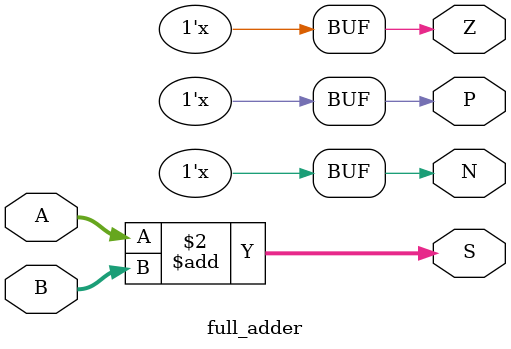
<source format=sv>
/*
Problema 02 - Full Adder
Cristovão Pessoa Cândido Neto - 121110199
Fazendo usando a descrição comportamental
*/

parameter N_BITS=8;
module full_adder(
  input logic signed [N_BITS-1:0] A, input signed [N_BITS-1:0] B,
  output logic signed [N_BITS-1:0] S,
  output logic N, Z, P
);
  always_comb begin
    S <= A + B;
    N <= S < 0;
    // ou
    // N <= S[N_BITS-1] == 1;
    Z <= S == 0;
    P <= S % 2 == 0;
    // usando bitwise
    // P <= !(S & 1);
  end
  

endmodule
</source>
